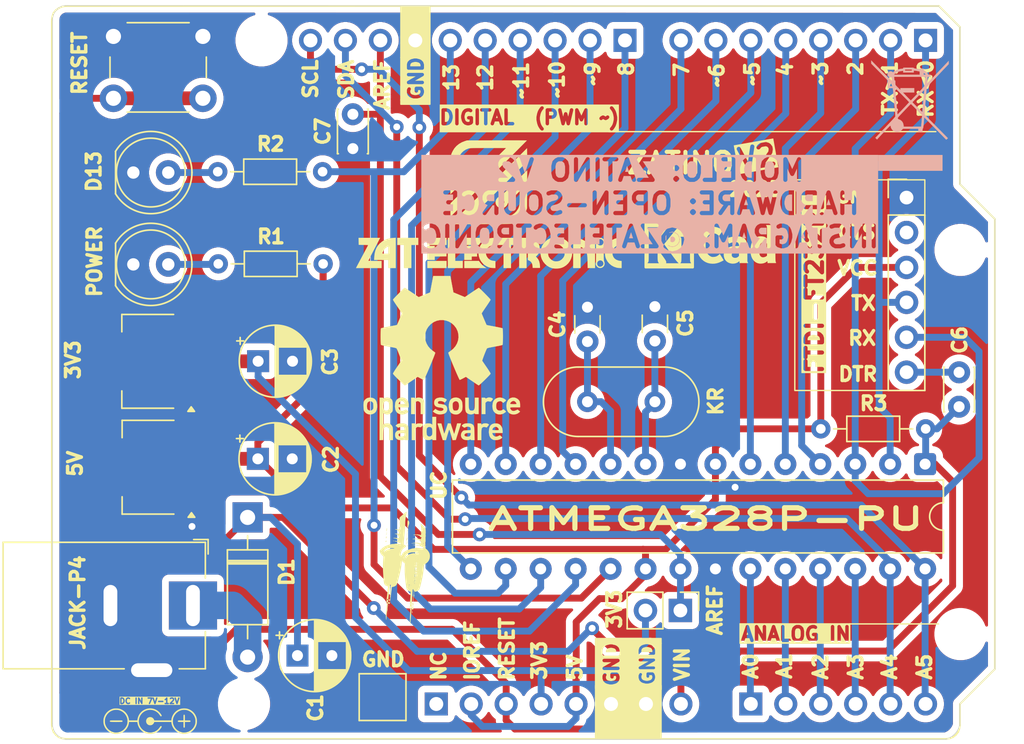
<source format=kicad_pcb>
(kicad_pcb (version 20241229) (generator "pcbnew") (generator_version "9.0")
  (layers (0 "F.Cu" signal) (2 "B.Cu" signal) (13 "F.Paste" user) (15 "B.Paste" user) (5 "F.SilkS" user "F.Silkscreen") (7 "B.SilkS" user "B.Silkscreen") (1 "F.Mask" user) (3 "B.Mask" user) (25 "Edge.Cuts" user))
  (net 0 "")
  (net 1 "D6")
  (net 2 "D1")
  (net 3 "D2")
  (net 4 "D5")
  (net 5 "D7")
  (net 6 "D4")
  (net 7 "D3")
  (net 8 "D0")
  (net 9 "A2")
  (net 10 "A1")
  (net 11 "A0")
  (net 12 "A4")
  (net 13 "A3")
  (net 14 "A5")
  (net 15 "D12")
  (net 16 "D11")
  (net 17 "D9")
  (net 18 "D10")
  (net 19 "D13")
  (net 20 "D8")
  (net 21 "GND")
  (net 22 "+5V")
  (net 23 "+3.3V")
  (net 24 "Net-(D1-A)")
  (net 25 "Net-(L1-A)")
  (net 26 "RESET")
  (net 27 "X1")
  (net 28 "X2")
  (net 29 "AREF")
  (net 31 "VIN")
  (net 32 "Net-(L2-A)")
  (net 33 "Net-(BARRA_DE_PINO2-Pin_6)")
  (footprint "LOGO" (layer "F.Cu") (at 142.151842 80.530011)
    (property "Reference" "G***" (hide yes))
    (property "Value" "LOGO" (hide yes))
  )
  (footprint "Capacitor_THT:C_Disc_D3.0mm_W2.0mm_P2.50mm" (layer "F.Cu") (at 176.3 92.76 -90)
    (property "Reference" "C6" (hide yes))
    (property "Value" "100nF" (hide yes))
  )
  (footprint "LED_THT:LED_D5.0mm" (layer "F.Cu") (at 116.285 84.91)
    (property "Reference" "L1" (hide yes))
    (property "Value" "LED 5MM" (hide yes))
  )
  (footprint "LED_THT:LED_D5.0mm" (layer "F.Cu") (at 116.285 78.23)
    (property "Reference" "L2" (hide yes))
    (property "Value" "LED 5MM" (hide yes))
  )
  (footprint "Resistor_THT:R_Axial_DIN0204_L3.6mm_D1.6mm_P7.62mm_Horizontal" (layer "F.Cu") (at 166.25 96.87)
    (property "Reference" "R3" (hide yes))
    (property "Value" "10KΩ" (hide yes))
  )
  (footprint "Button_Switch_THT:SW_PUSH_6mm_H5mm" (layer "F.Cu") (at 121.34 72.83 180)
    (property "Reference" "TACTIL_SWITCH1" (hide yes))
    (property "Value" "6X6X5mm" (hide yes))
  )
  (footprint "Package_TO_SOT_SMD:SOT-223-3_TabPin2" (layer "F.Cu") (at 117.36 91.96 180)
    (property "Reference" "REGULADOR_3V3" (hide yes))
    (property "Value" "AMS1117-3.3" (hide yes))
  )
  (footprint "Connector_PinHeader_2.54mm:PinHeader_1x02_P2.54mm_Vertical" (layer "F.Cu") (at 156.045 110.08 -90)
    (property "Reference" "BARRA_DE_PINO1" (hide yes))
    (property "Value" "2 TERMINAIS" (hide yes))
  )
  (footprint "Capacitor_THT:CP_Radial_D5.0mm_P2.50mm" (layer "F.Cu") (at 128.214888 113.36)
    (property "Reference" "C1" (hide yes))
    (property "Value" "10μF" (hide yes))
  )
  (footprint "Connector_BarrelJack:BarrelJack_Horizontal" (layer "F.Cu") (at 120.62 109.72)
    (property "Reference" "CONECTOR1" (hide yes))
    (property "Value" "JACK - P4" (hide yes))
  )
  (footprint "Package_DIP:DIP-28_W7.62mm" (layer "F.Cu") (at 173.83 99.435 -90)
    (property "Reference" "MICROCONTROLADOR1" (hide yes))
    (property "Value" "ATMEGA328P-PU" (hide yes))
  )
  (footprint "Symbol:OSHW-Logo_11.4x12mm_SilkScreen" (layer "F.Cu") (at 138.69 91.715)
    (property "Reference" "REF**" (hide yes))
    (property "Value" "OSHW-Logo_11.4x12mm_SilkScreen" (hide yes))
  )
  (footprint "LOGO" (layer "F.Cu") (at 158.191086 83.302362)
    (property "Reference" "G***" (hide yes))
    (property "Value" "LOGO" (hide yes))
  )
  (footprint "Connector_PinHeader_2.54mm:PinHeader_1x06_P2.54mm_Vertical" (layer "F.Cu") (at 172.48 80.05)
    (property "Reference" "BARRA_DE_PINO2" (hide yes))
    (property "Value" "6 TERMINAIS" (hide yes))
  )
  (footprint "ARDUINO_UNO_REV3:ARDUINO_ARDUINO_UNO_REV3" (layer "F.Cu") (at 144.63 92.77)
    (property "Reference" "A2" (hide yes))
    (property "Value" "ARDUINO_UNO_REV3" (hide yes))
  )
  (footprint "Crystal:Crystal_HC18-U_Vertical" (layer "F.Cu") (at 149.29 94.9)
    (property "Reference" "16MHZ1" (hide yes))
    (property "Value" "CRYSTAL" (hide yes))
  )
  (footprint "Capacitor_THT:CP_Radial_D5.0mm_P2.50mm" (layer "F.Cu") (at 125.334888 99.05)
    (property "Reference" "C2" (hide yes))
    (property "Value" "10μF" (hide yes))
  )
  (footprint "Capacitor_THT:C_Disc_D3.0mm_W2.0mm_P2.50mm" (layer "F.Cu") (at 132.24 76.49 90)
    (property "Reference" "C7" (hide yes))
    (property "Value" "100nF" (hide yes))
  )
  (footprint "Package_TO_SOT_SMD:SOT-223-3_TabPin2" (layer "F.Cu") (at 117.38 99.66 180)
    (property "Reference" "REGULADOR_5V1" (hide yes))
    (property "Value" "AMS1117-5.0" (hide yes))
  )
  (footprint "TestPoint:TestPoint_Pad_3.0x3.0mm" (layer "F.Cu") (at 134.4 116.38)
    (property "Reference" "TP1" (hide yes))
    (property "Value" "TestPoint" (hide yes))
  )
  (footprint "Diode_THT:D_DO-41_SOD81_P10.16mm_Horizontal" (layer "F.Cu") (at 124.59 103.31 -90)
    (property "Reference" "D1" (hide yes))
    (property "Value" "1N4007" (hide yes))
  )
  (footprint "Resistor_THT:R_Axial_DIN0204_L3.6mm_D1.6mm_P7.62mm_Horizontal" (layer "F.Cu") (at 130.08 84.87 180)
    (property "Reference" "R1" (hide yes))
    (property "Value" "470Ω" (hide yes))
  )
  (footprint "Capacitor_THT:C_Disc_D3.0mm_W1.6mm_P2.50mm" (layer "F.Cu") (at 154.19 90.48 90)
    (property "Reference" "C5" (hide yes))
    (property "Value" "22pF" (hide yes))
  )
  (footprint "Capacitor_THT:C_Disc_D3.0mm_W1.6mm_P2.50mm" (layer "F.Cu") (at 149.29 90.52 90)
    (property "Reference" "C4" (hide yes))
    (property "Value" "22pF" (hide yes))
  )
  (footprint "LOGO" (layer "F.Cu") (at 117.48 118.16)
    (property "Reference" "G***" (hide yes))
    (property "Value" "LOGO" (hide yes))
  )
  (footprint "LOGO" (layer "F.Cu") (at 135.907198 107.64802 40)
    (property "Reference" "G***" (hide yes))
    (property "Value" "LOGO" (hide yes))
  )
  (footprint "Capacitor_THT:CP_Radial_D5.0mm_P2.50mm" (layer "F.Cu") (at 125.354888 91.95)
    (property "Reference" "C3" (hide yes))
    (property "Value" "10μF" (hide yes))
  )
  (footprint "Resistor_THT:R_Axial_DIN0204_L3.6mm_D1.6mm_P7.62mm_Horizontal" (layer "F.Cu") (at 130.04 78.17 180)
    (property "Reference" "R2" (hide yes))
    (property "Value" "220Ω" (hide yes))
  )
  (footprint "Symbol:WEEE-Logo_5.6x8mm_SilkScreen" (layer "B.Cu") (at 172.737356 74.092932 180)
    (property "Reference" "REF**" (hide yes))
    (property "Value" "WEEE-Logo_5.6x8mm_SilkScreen" (hide yes))
  )
  (gr_rect (start 154.28 112.47) (end 154.64 115.81) (stroke (width 0.1)) (fill yes) (layer "F.SilkS"))
  (gr_rect (start 135.73 66.17) (end 137.84 69.87) (stroke (width 0.1)) (fill yes) (layer "F.SilkS"))
  (gr_rect (start 149.88 115.54) (end 154.64 119.32) (stroke (width 0.1)) (fill yes) (layer "F.SilkS"))
  (gr_rect (start 149.88 112.12) (end 154.64 112.466954) (stroke (width 0.1)) (fill yes) (layer "F.SilkS"))
  (gr_rect (start 164.36 78.76) (end 173.81 94.08) (stroke (width 0.1)) (fill no) (layer "F.SilkS"))
  (gr_rect (start 135.73 69.87) (end 136.11 72.95) (stroke (width 0.1)) (fill yes) (layer "F.SilkS"))
  (gr_line (start 150.858714 75.25416) (end 174.608714 75.25416) (stroke (width 0.1)) (layer "F.SilkS"))
  (gr_rect (start 137.57 69.9) (end 137.84 72.94) (stroke (width 0.1)) (fill yes) (layer "F.SilkS"))
  (gr_rect (start 136.06 72.87) (end 136.11 72.95) (stroke (width 0.1)) (fill no) (layer "F.SilkS"))
  (gr_line (start 168.350132 111.056849) (end 174.810132 111.056849) (stroke (width 0.1)) (layer "F.SilkS"))
  (gr_rect (start 149.88 112.466954) (end 150.31 115.75) (stroke (width 0.1)) (fill yes) (layer "F.SilkS"))
  (gr_rect (start 136.11 72.89) (end 137.83 72.95) (stroke (width 0.1)) (fill yes) (layer "F.SilkS"))
  (gr_rect (start 151.74 112.47) (end 152.94 115.62) (stroke (width 0.1)) (fill yes) (layer "F.SilkS"))
  (gr_rect (start 135.73 72.95) (end 137.84 73.26) (stroke (width 0.1)) (fill yes) (layer "F.SilkS"))
  (gr_line (start 176.36 67.65) (end 174.81 66.12) (stroke (width 0.05)) (layer "Edge.Cuts"))
  (gr_line (start 174.81 66.12) (end 111.506821 66.090956) (stroke (width 0.05)) (layer "Edge.Cuts"))
  (gr_line (start 176.348832 118.41013) (end 176.348832 116.88) (stroke (width 0.05)) (layer "Edge.Cuts"))
  (gr_arc (start 176.348832 118.41013) (mid 175.977729 119.065839) (end 175.33 119.450702) (stroke (width 0.05)) (layer "Edge.Cuts"))
  (gr_line (start 176.36 79.06) (end 176.36 67.65) (stroke (width 0.05)) (layer "Edge.Cuts"))
  (gr_line (start 110.41 67.169981) (end 110.41 118.29) (stroke (width 0.05)) (layer "Edge.Cuts"))
  (gr_line (start 111.690091 119.450702) (end 175.33 119.450702) (stroke (width 0.05)) (layer "Edge.Cuts"))
  (gr_line (start 178.9 81.61) (end 176.36 79.06) (stroke (width 0.05)) (layer "Edge.Cuts"))
  (gr_arc (start 111.690094 119.450702) (mid 110.780486 119.167639) (end 110.41 118.29) (stroke (width 0.05)) (layer "Edge.Cuts"))
  (gr_line (start 178.9 114.34) (end 178.9 81.61) (stroke (width 0.05)) (layer "Edge.Cuts"))
  (gr_arc (start 110.41 67.17) (mid 110.716803 66.38489) (end 111.506821 66.090954) (stroke (width 0.05)) (layer "Edge.Cuts"))
  (gr_line (start 176.348832 116.88) (end 178.9 114.34) (stroke (width 0.05)) (layer "Edge.Cuts"))
  (gr_text "DIGITAL  (PWM ~)" (at 138.4 74.81 0) (layer "F.SilkS" knockout) (effects (font (size 1 1) (thickness 0.25) (bold yes)) (justify left bottom)))
  (gr_text "C7" (at 130.64 76.37 90) (layer "F.SilkS") (effects (font (size 1 1) (thickness 0.25) (bold yes)) (justify left bottom)))
  (gr_text "5V" (at 112.64 100.47 90) (layer "F.SilkS") (effects (font (size 1 1) (thickness 0.25) (bold yes)) (justify left bottom)))
  (gr_text "ATMEGA328P-PU" (at 141.82 104.31 0) (layer "F.SilkS") (effects (font (size 1.5 2.5) (thickness 0.375) (bold yes)) (justify left bottom)))
  (gr_text "C1" (at 130.11 118.3 90) (layer "F.SilkS") (effects (font (size 1 1) (thickness 0.25) (bold yes)) (justify left bottom)))
  (gr_text "5V" (at 148.96 115.3 90) (layer "F.SilkS") (effects (font (size 1 1) (thickness 0.25) (bold yes)) (justify left bottom)))
  (gr_text "R3" (at 168.95 95.61 0) (layer "F.SilkS") (effects (font (size 1 1) (thickness 0.25) (bold yes)) (justify left bottom)))
  (gr_text "RESET" (at 144.03 115.3 90) (layer "F.SilkS") (effects (font (size 1 1) (thickness 0.25) (bold yes)) (justify left bottom)))
  (gr_text "R2" (at 125.122 76.747 0) (layer "F.SilkS") (effects (font (size 1 1) (thickness 0.25) (bold yes)) (justify left bottom)))
  (gr_text "GND" (at 167.15 80.51 0) (layer "F.SilkS") (effects (font (size 1 1) (thickness 0.25) (bold yes)) (justify left bottom)))
  (gr_text "RX<0\n" (at 174.47 74.38 90) (layer "F.SilkS") (effects (font (size 1 1) (thickness 0.25) (bold yes)) (justify left bottom)))
  (gr_text "8" (at 152.7 71.34 90) (layer "F.SilkS") (effects (font (size 1 1) (thickness 0.25) (bold yes)) (justify left bottom)))
  (gr_text "~3" (at 166.82 72.01 90) (layer "F.SilkS") (effects (font (size 1 1) (thickness 0.25) (bold yes)) (justify left bottom)))
  (gr_text "DTR" (at 167.4 93.48 0) (layer "F.SilkS") (effects (font (size 1 1) (thickness 0.25) (bold yes)) (justify left bottom)))
  (gr_text "ANALOG IN" (at 160.32 112.39 0) (layer "F.SilkS" knockout) (effects (font (size 1 1) (thickness 0.25) (bold yes)) (justify left bottom)))
  (gr_text "~6" (at 159.28 72.14 90) (layer "F.SilkS") (effects (font (size 1 1) (thickness 0.25) (bold yes)) (justify left bottom)))
  (gr_text "4" (at 164.26 71.37 90) (layer "F.SilkS") (effects (font (size 1 1) (thickness 0.25) (bold yes)) (justify left bottom)))
  (gr_text "POWER" (at 114.05 87.41 90) (layer "F.SilkS") (effects (font (size 1 1) (thickness 0.25) (bold yes)) (justify left bottom)))
  (gr_text "FTDI-FT232RL" (at 166.5 93 90) (layer "F.SilkS" knockout) (effects (font (size 1.2 1.2) (thickness 0.3) (bold yes)) (justify left bottom)))
  (gr_text "KR" (at 159.2 96.02 90) (layer "F.SilkS") (effects (font (size 1 1) (thickness 0.25) (bold yes)) (justify left bottom)))
  (gr_text "TX" (at 168.32 88.32 0) (layer "F.SilkS") (effects (font (size 1 1) (thickness 0.25) (bold yes)) (justify left bottom)))
  (gr_text "12" (at 142.46 72.43 90) (layer "F.SilkS") (effects (font (size 1 1) (thickness 0.25) (bold yes)) (justify left bottom)))
  (gr_text "VCC" (at 167.33 85.77 0) (layer "F.SilkS") (effects (font (size 1 1) (thickness 0.25) (bold yes)) (justify left bottom)))
  (gr_text "NC\n" (at 139.07 115.3 90) (layer "F.SilkS") (effects (font (size 1 1) (thickness 0.25) (bold yes)) (justify left bottom)))
  (gr_text "A5" (at 174.37 115.24 90) (layer "F.SilkS") (effects (font (size 1 1) (thickness 0.25) (bold yes)) (justify left bottom)))
  (gr_text "C2" (at 131.24 100.23 90) (layer "F.SilkS") (effects (font (size 1 1) (thickness 0.25) (bold yes)) (justify left bottom)))
  (gr_text "3V3" (at 112.49 93.39 90) (layer "F.SilkS") (effects (font (size 1 1) (thickness 0.25) (bold yes)) (justify left bottom)))
  (gr_text "CTS" (at 167.33 83.16 0) (layer "F.SilkS") (effects (font (size 1 1) (thickness 0.25) (bold yes)) (justify left bottom)))
  (gr_text "JACK-P4" (at 112.832 113.08 90) (layer "F.SilkS") (effects (font (size 1 1) (thickness 0.25) (bold yes)) (justify left bottom)))
  (gr_text "~9" (at 150.26 72.03 90) (layer "F.SilkS") (effects (font (size 1 1) (thickness 0.25) (bold yes)) (justify left bottom)))
  (gr_text "~11\n" (at 145.07 73 90) (layer "F.SilkS") (effects (font (size 1 1) (thickness 0.25) (bold yes)) (justify left bottom)))
  (gr_text "C3" (at 131.17 93.14 90) (layer "F.SilkS") (effects (font (size 1 1) (thickness 0.25) (bold yes)) (justify left bottom)))
  (gr_text "3V3" (at 146.38 115.25 90) (layer "F.SilkS") (effects (font (size 1 1) (thickness 0.25) (bold yes)) (justify left bottom)))
  (gr_text "RESET" (at 112.96 72.71 90) (layer "F.SilkS") (effects (font (size 1 1) (thickness 0.25) (bold yes)) (justify left bottom)))
  (gr_text "2025" (at 159.46 80.028 0) (layer "F.SilkS") (effects (font (size 1 1) (thickness 0.25) (bold yes)) (justify left bottom)))
  (gr_text "IOREF" (at 141.5 115.3 90) (layer "F.SilkS") (effects (font (size 1 1) (thickness 0.25) (bold yes)) (justify left bottom)))
  (gr_text "AREF" (at 134.96 73.81 90) (layer "F.SilkS") (effects (font (size 1 1) (thickness 0.25) (bold yes)) (justify left bottom)))
  (gr_text "GND" (at 137.42 73.08 90) (layer "F.SilkS" knockout) (effects (font (size 1 1) (thickness 0.25) (bold yes)) (justify left bottom)))
  (gr_text "A0" (at 161.74 115.2 90) (layer "F.SilkS") (effects (font (size 1 1) (thickness 0.25) (bold yes)) (justify left bottom)))
  (gr_text "R1" (at 125.149 83.475 0) (layer "F.SilkS") (effects (font (size 1 1) (thickness 0.25) (bold yes)) (justify left bottom)))
  (gr_text "A2" (at 166.82 115.24 90) (layer "F.SilkS") (effects (font (size 1 1) (thickness 0.25) (bold yes)) (justify left bottom)))
  (gr_text "AREF" (at 159.14 112.009 90) (layer "F.SilkS") (effects (font (size 1 1) (thickness 0.25) (bold yes)) (justify left bottom)))
  (gr_text "SCL" (at 129.75 72.98 90) (layer "F.SilkS") (effects (font (size 1 1) (thickness 0.25) (bold yes)) (justify left bottom)))
  (gr_text "2" (at 169.36 71.31 90) (layer "F.SilkS") (effects (font (size 1 1) (thickness 0.25) (bold yes)) (justify left bottom)))
  (gr_text "GND" (at 132.76 114.226 0) (layer "F.SilkS") (effects (font (size 1 1) (thickness 0.25) (bold yes)) (justify left bottom)))
  (gr_text "DC IN 7V-12V" (at 115.22 116.9 0) (layer "F.SilkS" knockout) (effects (font (size 0.4 0.4) (thickness 0.1) (bold yes)) (justify left bottom)))
  (gr_text "A3\n" (at 169.38 115.24 90) (layer "F.SilkS") (effects (font (size 1 1) (thickness 0.25) (bold yes)) (justify left bottom)))
  (gr_text "VIN" (at 156.75 115.34 90) (layer "F.SilkS") (effects (font (size 1 1) (thickness 0.25) (bold yes)) (justify left bottom)))
  (gr_text "GND" (at 151.64 115.69 90) (layer "F.SilkS" knockout) (effects (font (size 1 1) (thickness 0.25) (bold yes)) (justify left bottom)))
  (gr_text "C4" (at 147.7 90.42 90) (layer "F.SilkS") (effects (font (size 1 1) (thickness 0.25) (bold yes)) (justify left bottom)))
  (gr_text "RX\n" (at 168.11 90.86 0) (layer "F.SilkS") (effects (font (size 1 1) (thickness 0.25) (bold yes)) (justify left bottom)))
  (gr_text "13" (at 139.99 72.43 90) (layer "F.SilkS") (effects (font (size 1 1) (thickness 0.25) (bold yes)) (justify left bottom)))
  (gr_text "TX>1" (at 171.87 74.22 90) (layer "F.SilkS") (effects (font (size 1 1) (thickness 0.25) (bold yes)) (justify left bottom)))
  (gr_text "7" (at 156.72 71.4 90) (layer "F.SilkS") (effects (font (size 1 1) (thickness 0.25) (bold yes)) (justify left bottom)))
  (gr_text "D13" (at 113.998 79.769 90) (layer "F.SilkS") (effects (font (size 1 1) (thickness 0.25) (bold yes)) (justify left bottom)))
  (gr_text "SDA" (at 132.35 73.04 90) (layer "F.SilkS") (effects (font (size 1 1) (thickness 0.25) (bold yes)) (justify left bottom)))
  (gr_text "3V3" (at 151.829 111.524 90) (layer "F.SilkS") (effects (font (size 1 1) (thickness 0.25) (bold yes)) (justify left bottom)))
  (gr_text "~5" (at 161.85 72.04 90) (layer "F.SilkS") (effects (font (size 1 1) (thickness 0.25) (bold yes)) (justify left bottom)))
  (gr_text "UC" (at 139.083 102.161 90) (layer "F.SilkS") (effects (font (size 1 1) (thickness 0.25) (bold yes)) (justify left bottom)))
  (gr_text "GND" (at 154.24 115.62 90) (layer "F.SilkS" knockout) (effects (font (size 1 1) (thickness 0.2) (bold yes)) (justify left bottom)))
  (gr_text "D1" (at 128.02 108.43 90) (layer "F.SilkS") (effects (font (size 1 1) (thickness 0.25) (bold yes)) (justify left bottom)))
  (gr_text "A4" (at 171.83 115.24 90) (layer "F.SilkS") (effects (font (size 1 1) (thickness 0.25) (bold yes)) (justify left bottom)))
  (gr_text "ZATINO\n" (at 151.997 78.422 0) (layer "F.SilkS") (effects (font (size 1.5 1.5) (thickness 0.3) (bold yes)) (justify left bottom)))
  (gr_text "C5" (at 157 90.32 90) (layer "F.SilkS") (effects (font (size 1 1) (thickness 0.25) (bold yes)) (justify left bottom)))
  (gr_text "V2" (at 160.247 78.242 10) (layer "F.SilkS" knockout) (effects (font (size 1.5 1.5) (thickness 0.3) (bold yes)) (justify left bottom)))
  (gr_text "~10\n" (at 147.67 72.93 90) (layer "F.SilkS") (effects (font (size 1 1) (thickness 0.25) (bold yes)) (justify left bottom)))
  (gr_text "A1" (at 164.19 115.18 90) (layer "F.SilkS") (effects (font (size 1 1) (thickness 0.25) (bold yes)) (justify left bottom)))
  (gr_text "C6" (at 176.93 91.55 90) (layer "F.SilkS") (effects (font (size 1 1) (thickness 0.25) (bold yes)) (justify left bottom)))
  (gr_text "MODELO: ZATINO V2\nHARDWARE: OPEN-SOURCE\nINSTAGRAM: @ZATELECTRONIC" (at 153.85 83.79 0) (layer "B.SilkS" knockout) (effects (font (size 1.5 1.5) (thickness 0.3) (bold yes)) (justify bottom mirror)))
  (segment (start 158.6227 73.0173) (end 145.89 85.75) (width 0.5) (layer "B.Cu") (net 1))
  (segment (start 145.89 85.75) (end 145.89 99.435) (width 0.5) (layer "B.Cu") (net 1))
  (segment (start 158.6227 68.6193) (end 158.6227 73.0173) (width 0.5) (layer "B.Cu") (net 1))
  (segment (start 168.75 99.435) (end 168.75 76.5) (width 0.5) (layer "B.Cu") (net 2))
  (segment (start 177.752 91.252) (end 177.752 98.968) (width 0.5) (layer "B.Cu") (net 2))
  (segment (start 175.135 101.585) (end 169.692 101.585) (width 0.5) (layer "B.Cu") (net 2))
  (segment (start 172.48 90.21) (end 176.71 90.21) (width 0.5) (layer "B.Cu") (net 2))
  (segment (start 177.752 98.968) (end 175.135 101.585) (width 0.5) (layer "B.Cu") (net 2))
  (segment (start 176.71 90.21) (end 177.752 91.252) (width 0.5) (layer "B.Cu") (net 2))
  (segment (start 168.75 76.5) (end 171.3227 73.9273) (width 0.5) (layer "B.Cu") (net 2))
  (segment (start 169.692 101.585) (end 168.75 100.643) (width 0.5) (layer "B.Cu") (net 2))
  (segment (start 171.3227 73.9273) (end 171.3227 68.6193) (width 0.5) (layer "B.Cu") (net 2))
  (segment (start 168.75 100.643) (end 168.75 99.435) (width 0.5) (layer "B.Cu") (net 2))
  (segment (start 164.86 77.54) (end 168.7827 73.6173) (width 0.5) (layer "B.Cu") (net 3))
  (segment (start 166.21 99.435) (end 164.86 98.085) (width 0.5) (layer "B.Cu") (net 3))
  (segment (start 164.86 98.085) (end 164.86 77.54) (width 0.5) (layer "B.Cu") (net 3))
  (segment (start 168.7827 73.6173) (end 168.7827 68.6193) (width 0.5) (layer "B.Cu") (net 3))
  (segment (start 147.49 98.495) (end 147.49 86.1) (width 0.5) (layer "B.Cu") (net 4))
  (segment (start 147.49 86.1) (end 161.1627 72.4273) (width 0.5) (layer "B.Cu") (net 4))
  (segment (start 161.1627 72.4273) (end 161.1627 68.6193) (width 0.5) (layer "B.Cu") (net 4))
  (segment (start 148.43 99.435) (end 147.49 98.495) (width 0.5) (layer "B.Cu") (net 4))
  (segment (start 143.35 86.34) (end 143.35 99.435) (width 0.5) (layer "B.Cu") (net 5))
  (segment (start 156.0827 73.6073) (end 143.35 86.34) (width 0.5) (layer "B.Cu") (net 5))
  (segment (start 156.0827 68.6193) (end 156.0827 73.6073) (width 0.5) (layer "B.Cu") (net 5))
  (segment (start 161.13 99.435) (end 161.13 76.51) (width 0.5) (layer "B.Cu") (net 6))
  (segment (start 161.13 76.51) (end 163.7027 73.9373) (width 0.5) (layer "B.Cu") (net 6))
  (segment (start 163.7027 73.9373) (end 163.7027 68.6193) (width 0.5) (layer "B.Cu") (net 6))
  (segment (start 166.2427 68.6193) (end 166.2427 73.9073) (width 0.5) (layer "B.Cu") (net 7))
  (segment (start 163.67 76.48) (end 163.67 99.435) (width 0.5) (layer "B.Cu") (net 7))
  (segment (start 166.2427 73.9073) (end 163.67 76.48) (width 0.5) (layer "B.Cu") (net 7))
  (segment (start 170.49 95.26) (end 171.29 96.06) (width 0.5) (layer "B.Cu") (net 8))
  (segment (start 173.8627 74.3073) (end 173.8627 68.6193) (width 0.5) (layer "B.Cu") (net 8))
  (segment (start 171.29 96.06) (end 171.29 99.435) (width 0.5) (layer "B.Cu") (net 8))
  (segment (start 170.49 77.68) (end 173.8627 74.3073) (width 0.5) (layer "B.Cu") (net 8))
  (segment (start 172.48 87.67) (end 170.6 87.67) (width 0.5) (layer "B.Cu") (net 8))
  (segment (start 170.49 87.56) (end 170.49 77.68) (width 0.5) (layer "B.Cu") (net 8))
  (segment (start 170.49 95.26) (end 170.49 87.56) (width 0.5) (layer "B.Cu") (net 8))
  (segment (start 170.6 87.67) (end 170.49 87.56) (width 0.5) (layer "B.Cu") (net 8))
  (segment (start 166.21 107.055) (end 166.21 116.8466) (width 0.5) (layer "B.Cu") (net 9))
  (segment (start 166.21 116.8466) (end 166.2427 116.8793) (width 0.5) (layer "B.Cu") (net 9))
  (segment (start 163.67 107.055) (end 163.67 116.8466) (width 0.5) (layer "B.Cu") (net 10))
  (segment (start 163.67 116.8466) (end 163.7027 116.8793) (width 0.5) (layer "B.Cu") (net 10))
  (segment (start 161.13 116.8466) (end 161.1627 116.8793) (width 0.5) (layer "B.Cu") (net 11))
  (segment (start 161.13 107.055) (end 161.13 116.8466) (width 0.5) (layer "B.Cu") (net 11))
  (segment (start 139.28 103.44) (end 135.43 99.59) (width 0.5) (layer "F.Cu") (net 12))
  (segment (start 140.4 103.44) (end 139.28 103.44) (width 0.5) (layer "F.Cu") (net 12))
  (segment (start 135.43 99.59) (end 135.43 74.91) (width 0.5) (layer "F.Cu") (net 12))
  (via (at 140.4 103.44) (size 1) (drill 0.5) (layers "F.Cu" "B.Cu") (net 12))
  (via (at 135.43 74.91) (size 1) (drill 0.5) (layers "F.Cu" "B.Cu") (net 12))
  (segment (start 171.29 106.54) (end 171.29 107.055) (width 0.5) (layer "B.Cu") (net 12))
  (segment (start 171.29 107.055) (end 171.29 116.8466) (width 0.5) (layer "B.Cu") (net 12))
  (segment (start 135.43 74.91) (end 131.6987 71.1787) (width 0.5) (layer "B.Cu") (net 12))
  (segment (start 168.14 103.39) (end 171.29 106.54) (width 0.5) (layer "B.Cu") (net 12))
  (segment (start 140.4 103.44) (end 140.45 103.39) (width 0.5) (layer "B.Cu") (net 12))
  (segment (start 171.29 116.8466) (end 171.3227 116.8793) (width 0.5) (layer "B.Cu") (net 12))
  (segment (start 140.45 103.39) (end 168.14 103.39) (width 0.5) (layer "B.Cu") (net 12))
  (segment (start 131.6987 71.1787) (end 131.6987 68.6193) (width 0.5) (layer "B.Cu") (net 12))
  (segment (start 168.75 107.055) (end 168.75 116.8466) (width 0.5) (layer "B.Cu") (net 13))
  (segment (start 168.75 116.8466) (end 168.7827 116.8793) (width 0.5) (layer "B.Cu") (net 13))
  (segment (start 129.1587 69.9787) (end 129.1587 68.6193) (width 0.5) (layer "F.Cu") (net 14))
  (segment (start 133.02 70.72) (end 129.9 70.72) (width 0.5) (layer "F.Cu") (net 14))
  (segment (start 137.07 74.94) (end 137.07 98.81) (width 0.5) (layer "F.Cu") (net 14))
  (segment (start 129.9 70.72) (end 129.1587 69.9787) (width 0.5) (layer "F.Cu") (net 14))
  (segment (start 137.07 98.81) (end 140.125 101.865) (width 0.5) (layer "F.Cu") (net 14))
  (via (at 137.07 74.94) (size 1) (drill 0.5) (layers "F.Cu" "B.Cu") (net 14))
  (via (at 132.88 70.72) (size 1) (drill 0.5) (layers "F.Cu" "B.Cu") (net 14))
  (via (at 140.125 101.865) (size 1) (drill 0.5) (layers "F.Cu" "B.Cu") (net 14))
  (segment (start 134.11 70.72) (end 137.07 73.68) (width 0.5) (layer "B.Cu") (net 14))
  (segment (start 140.67 102.41) (end 169.185 102.41) (width 0.5) (layer "B.Cu") (net 14))
  (segment (start 133.02 70.72) (end 134.11 70.72) (width 0.5) (layer "B.Cu") (net 14))
  (segment (start 137.07 73.68) (end 137.07 74.94) (width 0.5) (layer "B.Cu") (net 14))
  (segment (start 169.185 102.41) (end 173.83 107.055) (width 0.5) (layer "B.Cu") (net 14))
  (segment (start 140.125 101.865) (end 140.67 102.41) (width 0.5) (layer "B.Cu") (net 14))
  (segment (start 173.83 107.055) (end 173.83 116.8466) (width 0.5) (layer "B.Cu") (net 14))
  (segment (start 173.83 116.8466) (end 173.8627 116.8793) (width 0.5) (layer "B.Cu") (net 14))
  (segment (start 135.21 109.4) (end 137.39 111.58) (width 0.5) (layer "B.Cu") (net 15))
  (segment (start 148.43 108.22) (end 148.43 107.055) (width 0.5) (layer "B.Cu") (net 15))
  (segment (start 135.21 81.67) (end 135.21 109.4) (width 0.5) (layer "B.Cu") (net 15))
  (segment (start 141.85869 68.6193) (end 141.85869 75.02131) (width 0.5) (layer "B.Cu") (net 15))
  (segment (start 137.39 111.58) (end 145.07 111.58) (width 0.5) (layer "B.Cu") (net 15))
  (segment (start 141.85869 75.02131) (end 135.21 81.67) (width 0.5) (layer "B.Cu") (net 15))
  (segment (start 145.07 111.58) (end 148.43 108.22) (width 0.5) (layer "B.Cu") (net 15))
  (segment (start 136.51 108.61) (end 136.51 82.08) (width 0.5) (layer "B.Cu") (net 16))
  (segment (start 145.89 107.055) (end 145.89 108.41) (width 0.5) (layer "B.Cu") (net 16))
  (segment (start 136.51 82.08) (end 144.398691 74.191309) (width 0.5) (layer "B.Cu") (net 16))
  (segment (start 144.33 109.97) (end 137.87 109.97) (width 0.5) (layer "B.Cu") (net 16))
  (segment (start 145.89 108.41) (end 144.33 109.97) (width 0.5) (layer "B.Cu") (net 16))
  (segment (start 144.398691 74.191309) (end 144.398691 68.6193) (width 0.5) (layer "B.Cu") (net 16))
  (segment (start 137.87 109.97) (end 136.51 108.61) (width 0.5) (layer "B.Cu") (net 16))
  (segment (start 139.13 85.39) (end 149.47869 75.04131) (width 0.5) (layer "B.Cu") (net 17))
  (segment (start 139.13 105.375) (end 139.13 85.39) (width 0.5) (layer "B.Cu") (net 17))
  (segment (start 149.47869 75.04131) (end 149.47869 68.6193) (width 0.5) (layer "B.Cu") (net 17))
  (segment (start 140.81 107.055) (end 139.13 105.375) (width 0.5) (layer "B.Cu") (net 17))
  (segment (start 139.67 108.82) (end 142.79 108.82) (width 0.5) (layer "B.Cu") (net 18))
  (segment (start 137.77 84.8) (end 137.77 106.92) (width 0.5) (layer "B.Cu") (net 18))
  (segment (start 142.79 108.82) (end 143.35 108.26) (width 0.5) (layer "B.Cu") (net 18))
  (segment (start 137.77 106.92) (end 139.67 108.82) (width 0.5) (layer "B.Cu") (net 18))
  (segment (start 143.35 108.26) (end 143.35 107.055) (width 0.5) (layer "B.Cu") (net 18))
  (segment (start 146.93869 75.63131) (end 137.77 84.8) (width 0.5) (layer "B.Cu") (net 18))
  (segment (start 146.93869 68.6193) (end 146.93869 75.63131) (width 0.5) (layer "B.Cu") (net 18))
  (segment (start 136.23 109.18) (end 133.78 106.73) (width 0.5) (layer "F.Cu") (net 19))
  (segment (start 133.78 106.73) (end 133.78 103.88) (width 0.5) (layer "F.Cu") (net 19))
  (segment (start 150.97 107.055) (end 148.845 109.18) (width 0.5) (layer "F.Cu") (net 19))
  (segment (start 148.845 109.18) (end 136.23 109.18) (width 0.5) (layer "F.Cu") (net 19))
  (via (at 133.78 103.88) (size 1) (drill 0.5) (layers "F.Cu" "B.Cu") (net 19))
  (segment (start 130.04 78.17) (end 135.94 78.17) (width 0.5) (layer "B.Cu") (net 19))
  (segment (start 135.94 78.17) (end 139.31869 74.79131) (width 0.5) (layer "B.Cu") (net 19))
  (segment (start 133.78 103.88) (end 133.78 78.45) (width 0.5) (layer "B.Cu") (net 19))
  (segment (start 139.31869 74.79131) (end 139.31869 68.6193) (width 0.5) (layer "B.Cu") (net 19))
  (segment (start 140.81 99.435) (end 140.81 86.21) (width 0.5) (layer "B.Cu") (net 20))
  (segment (start 140.81 86.21) (end 152.01869 75.00131) (width 0.5) (layer "B.Cu") (net 20))
  (segment (start 152.01869 75.00131) (end 152.01869 68.6193) (width 0.5) (layer "B.Cu") (net 20))
  (segment (start 158.59 105.496) (end 158.59 107.055) (width 0.5) (layer "F.Cu") (net 21))
  (segment (start 160.021 101.116) (end 160.021 104.065) (width 0.5) (layer "F.Cu") (net 21))
  (segment (start 160.021 104.065) (end 158.59 105.496) (width 0.5) (layer "F.Cu") (net 21))
  (segment (start 120.53 103.95) (end 120.55 103.97) (width 1) (layer "F.Cu") (net 21))
  (segment (start 120.53 101.96) (end 120.53 103.95) (width 1) (layer "F.Cu") (net 21))
  (via (at 120.55 103.97) (size 1) (drill 0.5) (layers "F.Cu" "B.Cu") (net 21))
  (via (at 160.021 101.116) (size 1) (drill 0.5) (layers "F.Cu" "B.Cu") (net 21))
  (segment (start 114.62 111.42) (end 117.62 114.42) (width 2) (layer "B.Cu") (net 21))
  (segment (start 117.17 103.97) (end 120.55 103.97) (width 2) (layer "B.Cu") (net 21))
  (segment (start 153.54269 116.8793) (end 153.54269 116.18431) (width 0.5) (layer "B.Cu") (net 21))
  (segment (start 114.62 109.72) (end 114.62 106.52) (width 2) (layer "B.Cu") (net 21))
  (segment (start 154.15 88.02) (end 154.19 87.98) (width 0.2) (layer "B.Cu") (net 21))
  (segment (start 158.59 111.137) (end 158.59 107.055) (width 0.5) (layer "B.Cu") (net 21))
  (segment (start 153.54269 116.18431) (end 158.59 111.137) (width 0.5) (layer "B.Cu") (net 21))
  (segment (start 160.003 101.134) (end 156.746 101.134) (width 0.5) (layer "B.Cu") (net 21))
  (segment (start 156.05 100.438) (end 156.05 99.435) (width 0.5) (layer "B.Cu") (net 21))
  (segment (start 114.62 109.72) (end 114.62 111.42) (width 2) (layer "B.Cu") (net 21))
  (segment (start 149.29 88.02) (end 154.15 88.02) (width 0.2) (layer "B.Cu") (net 21))
  (segment (start 160.021 101.116) (end 160.003 101.134) (width 0.5) (layer "B.Cu") (net 21))
  (segment (start 114.62 106.52) (end 117.17 103.97) (width 2) (layer "B.Cu") (net 21))
  (segment (start 156.746 101.134) (end 156.05 100.438) (width 0.5) (layer "B.Cu") (net 21))
  (segment (start 152.221 108.763) (end 153.39 107.594) (width 0.5) (layer "F.Cu") (net 22))
  (segment (start 128.95 102.62) (end 125.38 99.05) (width 0.5) (layer "F.Cu") (net 22))
  (segment (start 123.57 99.05) (end 125.334888 99.05) (width 1) (layer "F.Cu") (net 22))
  (segment (start 166.25 96.87) (end 166.25 87.72) (width 0.5) (layer "F.Cu") (net 22))
  (segment (start 153.335 105.635) (end 138.115 105.635) (width 0.5) (layer "F.Cu") (net 22))
  (segment (start 158.59 99.435) (end 158.59 98.19) (width 0.5) (layer "F.Cu") (net 22))
  (segment (start 114.23 99.66) (end 120.53 99.66) (width 1) (layer "F.Cu") (net 22))
  (segment (start 159.91 96.87) (end 166.25 96.87) (width 0.5) (layer "F.Cu") (net 22))
  (segment (start 135.1 102.62) (end 128.95 102.62) (width 0.5) (layer "F.Cu") (net 22))
  (segment (start 120.53 99.66) (end 122.96 99.66) (width 1) (layer "F.Cu") (net 22))
  (segment (start 125.334888 97.865112) (end 130.08 93.12) (width 0.5) (layer "F.Cu") (net 22))
  (segment (start 138.115 105.635) (end 135.1 102.62) (width 0.5) (layer "F.Cu") (net 22))
  (segment (start 130.08 93.12) (end 130.08 84.87) (width 0.5) (layer "F.Cu") (net 22))
  (segment (start 153.335 105.635) (end 154.98 105.635) (width 0.5) (layer "F.Cu") (net 22))
  (segment (start 158.59 102.025) (end 158.59 99.435) (width 0.5) (layer "F.Cu") (net 22))
  (segment (start 120.51 89.66) (end 130.08 89.66) (width 0.5) (layer "F.Cu") (net 22))
  (segment (start 151.757 109.219) (end 152.213 108.763) (width 0.5) (layer "F.Cu") (net 22))
  (segment (start 168.84 85.13) (end 172.48 85.13) (width 0.5) (layer "F.Cu") (net 22))
  (segment (start 148.473 110.914) (end 150.168 109.219) (width 0.5) (layer "F.Cu") (net 22))
  (segment (start 148.46269 116.8793) (end 148.46269 115.15469) (width 0.5) (layer "F.Cu") (net 22))
  (segment (start 153.51 105.81) (end 153.51 107.055) (width 0.5) (layer "F.Cu") (net 22))
  (segment (start 125.334888 99.05) (end 125.334888 97.865112) (width 0.5) (layer "F.Cu") (net 22))
  (segment (start 125.38 99.05) (end 125.334888 99.05) (width 0.5) (layer "F.Cu") (net 22))
  (segment (start 148.46269 115.15469) (end 148.473 115.14438) (width 0.5) (layer "F.Cu") (net 22))
  (segment (start 122.96 99.66) (end 123.57 99.05) (width 1) (layer "F.Cu") (net 22))
  (segment (start 150.168 109.219) (end 151.757 109.219) (width 0.5) (layer "F.Cu") (net 22))
  (segment (start 153.335 105.635) (end 153.51 105.81) (width 0.5) (layer "F.Cu") (net 22))
  (segment (start 153.39 107.594) (end 153.39 106.96) (width 0.5) (layer "F.Cu") (net 22))
  (segment (start 148.473 115.14438) (end 148.473 110.914) (width 0.5) (layer "F.Cu") (net 22))
  (segment (start 166.25 87.72) (end 168.84 85.13) (width 0.5) (layer "F.Cu") (net 22))
  (segment (start 158.59 98.19) (end 159.91 96.87) (width 0.5) (layer "F.Cu") (net 22))
  (segment (start 154.98 105.635) (end 158.59 102.025) (width 0.5) (layer "F.Cu") (net 22))
  (segment (start 130.08 89.66) (end 130.08 84.87) (width 0.5) (layer "F.Cu") (net 22))
  (segment (start 152.213 108.763) (end 152.221 108.763) (width 0.5) (layer "F.Cu") (net 22))
  (segment (start 147.88 118.51) (end 148.46269 117.92731) (width 0.5) (layer "B.Cu") (net 22))
  (segment (start 140.84269 117.69269) (end 141.66 118.51) (width 0.5) (layer "B.Cu") (net 22))
  (segment (start 141.66 118.51) (end 147.88 118.51) (width 0.5) (layer "B.Cu") (net 22))
  (segment (start 148.46269 117.92731) (end 148.46269 116.8793) (width 0.5) (layer "B.Cu") (net 22))
  (segment (start 140.84269 116.8793) (end 140.84269 117.69269) (width 0.5) (layer "B.Cu") (net 22))
  (segment (start 125.344888 91.96) (end 125.354888 91.95) (width 1) (layer "F.Cu") (net 23))
  (segment (start 120.51 91.96) (end 125.344888 91.96) (width 1) (layer "F.Cu") (net 23))
  (segment (start 114.21 91.96) (end 120.51 91.96) (width 1) (layer "F.Cu") (net 23))
  (segment (start 153.505 110.08) (end 153.505 112.445) (width 0.5) (layer "B.Cu") (net 23))
  (segment (start 132.43 100.16) (end 125.354888 93.084888) (width 0.5) (layer "B.Cu") (net 23))
  (segment (start 145.92269 114.49731) (end 145.97 114.45) (width 0.5) (layer "B.Cu") (net 23))
  (segment (start 145.92269 116.8793) (end 145.92269 114.49731) (width 0.5) (layer "B.Cu") (net 23))
  (segment (start 145.97 114.45) (end 136.3 114.45) (width 0.5) (layer "B.Cu") (net 23))
  (segment (start 151.5 114.45) (end 145.97 114.45) (width 0.5) (layer "B.Cu") (net 23))
  (segment (start 132.43 110.58) (end 132.43 100.16) (width 0.5) (layer "B.Cu") (net 23))
  (segment (start 136.3 114.45) (end 132.43 110.58) (width 0.5) (layer "B.Cu") (net 23))
  (segment (start 153.505 112.445) (end 151.5 114.45) (width 0.5) (layer "B.Cu") (net 23))
  (segment (start 125.354888 93.084888) (end 125.354888 91.95) (width 0.5) (layer "B.Cu") (net 23))
  (segment (start 124.67 110.88) (end 124.59 110.96) (width 2) (layer "B.Cu") (net 24))
  (segment (start 123.5 109.71) (end 124.67 110.88) (width 2) (layer "B.Cu") (net 24))
  (segment (start 120.62 109.72) (end 120.63 109.71) (width 2) (layer "B.Cu") (net 24))
  (segment (start 124.59 110.96) (end 124.59 113.47) (width 2) (layer "B.Cu") (net 24))
  (segment (start 120.63 109.71) (end 123.5 109.71) (width 2) (layer "B.Cu") (net 24))
  (segment (start 122.42 84.91) (end 122.46 84.87) (width 0.5) (layer "B.Cu") (net 25))
  (segment (start 118.825 84.91) (end 122.42 84.91) (width 0.5) (layer "B.Cu") (net 25))
  (segment (start 111.161 116.071) (end 113.2 118.11) (width 0.5) (layer "F.Cu") (net 26))
  (segment (start 144.02 118.7) (end 143.38269 118.06269) (width 0.5) (layer "F.Cu") (net 26))
  (segment (start 122.22 112.99) (end 123.76 111.45) (width 0.5) (layer "F.Cu") (net 26))
  (segment (start 175.83 108.28) (end 171.08 113.03) (width 0.5) (layer "F.Cu") (net 26))
  (segment (start 111.161 73.919) (end 111.161 116.071) (width 0.5) (layer "F.Cu") (net 26))
  (segment (start 143.38269 118.06269) (end 143.38269 116.8793) (width 0.5) (layer "F.Cu") (net 26))
  (segment (start 122.22 114.8) (end 122.22 112.99) (width 0.5) (layer "F.Cu") (net 26))
  (segment (start 158.43 117.47) (end 157.2 118.7) (width 0.5) (layer "F.Cu") (net 26))
  (segment (start 157.2 118.7) (end 144.02 118.7) (width 0.5) (layer "F.Cu") (net 26))
  (segment (start 171.08 113.03) (end 160.38 113.03) (width 0.5) (layer "F.Cu") (net 26))
  (segment (start 158.43 114.98) (end 158.43 117.47) (width 0.5) (layer "F.Cu") (net 26))
  (segment (start 160.38 113.03) (end 158.43 114.98) (width 0.5) (layer "F.Cu") (net 26))
  (segment (start 173.83 99.435) (end 174.555 99.435) (width 0.5) (layer "F.Cu") (net 26))
  (segment (start 143.38269 115.38269) (end 143.38269 116.8793) (width 0.5) (layer "F.Cu") (net 26))
  (segment (start 113.2 118.11) (end 118.91 118.11) (width 0.5) (layer "F.Cu") (net 26))
  (segment (start 139.45 111.45) (end 143.38269 115.38269) (width 0.5) (layer "F.Cu") (net 26))
  (segment (start 114.84 72.83) (end 121.34 72.83) (width 1) (layer "F.Cu") (net 26))
  (segment (start 112.25 72.83) (end 111.161 73.919) (width 0.5) (layer "F.Cu") (net 26))
  (segment (start 118.91 118.11) (end 122.22 114.8) (width 0.5) (layer "F.Cu") (net 26))
  (segment (start 114.84 72.83) (end 112.25 72.83) (width 0.5) (layer "F.Cu") (net 26))
  (segment (start 123.76 111.45) (end 139.45 111.45) (width 0.5) (layer "F.Cu") (net 26))
  (segment (start 174.555 99.435) (end 175.83 100.71) (width 0.5) (layer "F.Cu") (net 26))
  (segment (start 175.83 100.71) (end 175.83 108.28) (width 0.5) (layer "F.Cu") (net 26))
  (segment (start 173.87 99.395) (end 173.83 99.435) (width 0.5) (layer "B.Cu") (net 26))
  (segment (start 173.87 96.87) (end 173.87 99.395) (width 0.5) (layer "B.Cu") (net 26))
  (segment (start 174.69 96.87) (end 176.3 95.26) (width 0.5) (layer "B.Cu") (net 26))
  (segment (start 173.87 96.87) (end 174.69 96.87) (width 0.5) (layer "B.Cu") (net 26))
  (segment (start 154.19 90.48) (end 154.19 94.9) (width 0.5) (layer "B.Cu") (net 27))
  (segment (start 154.19 94.9) (end 154.19 94.97) (width 0.5) (layer "B.Cu") (net 27))
  (segment (start 153.51 95.65) (end 153.51 99.435) (width 0.5) (layer "B.Cu") (net 27))
  (segment (start 154.19 94.97) (end 153.51 95.65) (width 0.5) (layer "B.Cu") (net 27))
  (segment (start 149.29 90.52) (end 149.29 94.9) (width 0.5) (layer "B.Cu") (net 28))
  (segment (start 150.968 95.581) (end 150.968 99.433) (width 0.5) (layer "B.Cu") (net 28))
  (segment (start 149.29 94.9) (end 150.287 94.9) (width 0.5) (layer "B.Cu") (net 28))
  (segment (start 150.287 94.9) (end 150.968 95.581) (width 0.5) (layer "B.Cu") (net 28))
  (segment (start 150.968 99.433) (end 150.97 99.435) (width 0.5) (layer "B.Cu") (net 28))
  (segment (start 138.45 104.55) (end 134.2387 100.3387) (width 0.5) (layer "F.Cu") (net 29))
  (segment (start 134.2387 73.97) (end 134.2387 68.6193) (width 0.5) (layer "F.Cu") (net 29))
  (segment (start 134.2187 73.99) (end 134.2387 73.97) (width 0.5) (layer "F.Cu") (net 29))
  (segment (start 141.45 104.55) (end 138.45 104.55) (width 0.5) (layer "F.Cu") (net 29))
  (segment (start 134.2387 100.3387) (end 134.2387 73.97) (width 0.5) (layer "F.Cu") (net 29))
  (segment (start 132.24 73.99) (end 134.2187 73.99) (width 0.5) (layer "F.Cu") (net 29))
  (via (at 141.45 104.55) (size 1) (drill 0.5) (layers "F.Cu" "B.Cu") (net 29))
  (segment (start 154.59 104.55) (end 141.45 104.55) (width 0.5) (layer "B.Cu") (net 29))
  (segment (start 156.05 110.075) (end 156.045 110.08) (width 0.5) (layer "B.Cu") (net 29))
  (segment (start 156.05 107.055) (end 156.05 110.075) (width 0.5) (layer "B.Cu") (net 29))
  (segment (start 156.05 107.055) (end 156.05 106.01) (width 0.5) (layer "B.Cu") (net 29))
  (segment (start 154.59 104.55) (end 156.05 106.01) (width 0.5) (layer "B.Cu") (net 29))
  (segment (start 149.813752 111.590752) (end 151.039 112.816) (width 0.5) (layer "F.Cu") (net 31))
  (segment (start 133.76 109.9) (end 127.17 103.31) (width 0.5) (layer "F.Cu") (net 31))
  (segment (start 113.11 96.31) (end 112.3 97.12) (width 0.5) (layer "F.Cu") (net 31))
  (segment (start 127.17 103.31) (end 124.59 103.31) (width 0.5) (layer "F.Cu") (net 31))
  (segment (start 151.039 112.816) (end 153.812 112.816) (width 0.5) (layer "F.Cu") (net 31))
  (segment (start 149.813752 111.554752) (end 149.813752 111.590752) (width 0.5) (layer "F.Cu") (net 31))
  (segment (start 112.3 101.97) (end 116.29 105.96) (width 0.5) (layer "F.Cu") (net 31))
  (segment (start 156.0827 115.0867) (end 156.0827 116.8793) (width 0.5) (layer "F.Cu") (net 31))
  (segment (start 120.53 97.36) (end 119.48 96.31) (width 0.5) (layer "F.Cu") (net 31))
  (segment (start 121.94 105.96) (end 124.59 103.31) (width 0.5) (layer "F.Cu") (net 31))
  (segment (start 119.48 96.31) (end 113.11 96.31) (width 0.5) (layer "F.Cu") (net 31))
  (segment (start 116.29 105.96) (end 121.94 105.96) (width 0.5) (layer "F.Cu") (net 31))
  (segment (start 153.812 112.816) (end 156.0827 115.0867) (width 0.5) (layer "F.Cu") (net 31))
  (segment (start 112.3 97.12) (end 112.3 101.97) (width 0.5) (layer "F.Cu") (net 31))
  (segment (start 149.631 111.372) (end 149.813752 111.554752) (width 0.5) (layer "F.Cu") (net 31))
  (via (at 149.631 111.372) (size 1) (drill 0.5) (layers "F.Cu" "B.Cu") (net 31))
  (via (at 133.76 109.9) (size 1) (drill 0.5) (layers "F.Cu" "B.Cu") (net 31))
  (segment (start 128.214888 105.254888) (end 128.214888 113.36) (width 0.5) (layer "B.Cu") (net 31))
  (segment (start 147.896504 113.05) (end 136.91 113.05) (width 0.5) (layer "B.Cu") (net 31))
  (segment (start 149.631 111.372) (end 149.412248 111.590752) (width 0.5) (layer "B.Cu") (net 31))
  (segment (start 124.59 103.31) (end 126.27 103.31) (width 0.5) (layer "B.Cu") (net 31))
  (segment (start 126.27 103.31) (end 128.214888 105.254888) (width 0.5) (layer "B.Cu") (net 31))
  (segment (start 149.355752 111.590752) (end 147.896504 113.05) (width 0.5) (layer "B.Cu") (net 31))
  (segment (start 136.91 113.05) (end 133.76 109.9) (width 0.5) (layer "B.Cu") (net 31))
  (segment (start 149.412248 111.590752) (end 149.355752 111.590752) (width 0.5) (layer "B.Cu") (net 31))
  (segment (start 118.825 78.23) (end 122.36 78.23) (width 0.5) (layer "B.Cu") (net 32))
  (segment (start 122.36 78.23) (end 122.42 78.17) (width 0.5) (layer "B.Cu") (net 32))
  (segment (start 176.29 92.75) (end 176.3 92.76) (width 0.5) (layer "B.Cu") (net 33))
  (segment (start 172.48 92.75) (end 176.29 92.75) (width 0.5) (layer "B.Cu") (net 33))
  (zone (net 21) (net_name "GND") (layer "F.Cu") (name "TGND") (priority 1) (connect_pads yes (clearance 0.5)) (min_thickness 0.2) (fill yes (thermal_gap 0.5) (thermal_bridge_width 0.5))
    (polygon (pts (xy 109.99 66.07) (xy 109.99 119.5) (xy 181.02 119.77) (xy 180.96 65.73)))
  )
  (zone (net 21) (net_name "GND") (layer "B.Cu") (name "BGND") (connect_pads yes (clearance 0.5)) (min_thickness 0.2) (fill yes (thermal_gap 0.5) (thermal_bridge_width 0.5))
    (polygon (pts (xy 110.152984 65.889039) (xy 110.222984 119.319039) (xy 180.578505 119.784576) (xy 180.238545 65.680945) (xy 110.152984 65.879039)))
  )
)
</source>
